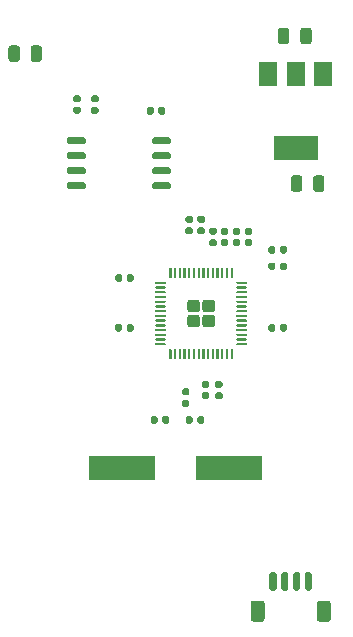
<source format=gbr>
G04 #@! TF.GenerationSoftware,KiCad,Pcbnew,(5.1.9)-1*
G04 #@! TF.CreationDate,2022-01-10T11:00:18-07:00*
G04 #@! TF.ProjectId,RP2040_minimal,52503230-3430-45f6-9d69-6e696d616c2e,REV1*
G04 #@! TF.SameCoordinates,Original*
G04 #@! TF.FileFunction,Paste,Top*
G04 #@! TF.FilePolarity,Positive*
%FSLAX46Y46*%
G04 Gerber Fmt 4.6, Leading zero omitted, Abs format (unit mm)*
G04 Created by KiCad (PCBNEW (5.1.9)-1) date 2022-01-10 11:00:18*
%MOMM*%
%LPD*%
G01*
G04 APERTURE LIST*
%ADD10R,5.600000X2.100000*%
%ADD11R,1.500000X2.000000*%
%ADD12R,3.800000X2.000000*%
G04 APERTURE END LIST*
G36*
G01*
X109390000Y-122050000D02*
X109390000Y-123300000D01*
G75*
G02*
X109240000Y-123450000I-150000J0D01*
G01*
X108940000Y-123450000D01*
G75*
G02*
X108790000Y-123300000I0J150000D01*
G01*
X108790000Y-122050000D01*
G75*
G02*
X108940000Y-121900000I150000J0D01*
G01*
X109240000Y-121900000D01*
G75*
G02*
X109390000Y-122050000I0J-150000D01*
G01*
G37*
G36*
G01*
X108390000Y-122050000D02*
X108390000Y-123300000D01*
G75*
G02*
X108240000Y-123450000I-150000J0D01*
G01*
X107940000Y-123450000D01*
G75*
G02*
X107790000Y-123300000I0J150000D01*
G01*
X107790000Y-122050000D01*
G75*
G02*
X107940000Y-121900000I150000J0D01*
G01*
X108240000Y-121900000D01*
G75*
G02*
X108390000Y-122050000I0J-150000D01*
G01*
G37*
G36*
G01*
X107390000Y-122050000D02*
X107390000Y-123300000D01*
G75*
G02*
X107240000Y-123450000I-150000J0D01*
G01*
X106940000Y-123450000D01*
G75*
G02*
X106790000Y-123300000I0J150000D01*
G01*
X106790000Y-122050000D01*
G75*
G02*
X106940000Y-121900000I150000J0D01*
G01*
X107240000Y-121900000D01*
G75*
G02*
X107390000Y-122050000I0J-150000D01*
G01*
G37*
G36*
G01*
X106390000Y-122050000D02*
X106390000Y-123300000D01*
G75*
G02*
X106240000Y-123450000I-150000J0D01*
G01*
X105940000Y-123450000D01*
G75*
G02*
X105790000Y-123300000I0J150000D01*
G01*
X105790000Y-122050000D01*
G75*
G02*
X105940000Y-121900000I150000J0D01*
G01*
X106240000Y-121900000D01*
G75*
G02*
X106390000Y-122050000I0J-150000D01*
G01*
G37*
G36*
G01*
X110990000Y-124549999D02*
X110990000Y-125850001D01*
G75*
G02*
X110740001Y-126100000I-249999J0D01*
G01*
X110039999Y-126100000D01*
G75*
G02*
X109790000Y-125850001I0J249999D01*
G01*
X109790000Y-124549999D01*
G75*
G02*
X110039999Y-124300000I249999J0D01*
G01*
X110740001Y-124300000D01*
G75*
G02*
X110990000Y-124549999I0J-249999D01*
G01*
G37*
G36*
G01*
X105390000Y-124549999D02*
X105390000Y-125850001D01*
G75*
G02*
X105140001Y-126100000I-249999J0D01*
G01*
X104439999Y-126100000D01*
G75*
G02*
X104190000Y-125850001I0J249999D01*
G01*
X104190000Y-124549999D01*
G75*
G02*
X104439999Y-124300000I249999J0D01*
G01*
X105140001Y-124300000D01*
G75*
G02*
X105390000Y-124549999I0J-249999D01*
G01*
G37*
G36*
G01*
X85565000Y-78456250D02*
X85565000Y-77543750D01*
G75*
G02*
X85808750Y-77300000I243750J0D01*
G01*
X86296250Y-77300000D01*
G75*
G02*
X86540000Y-77543750I0J-243750D01*
G01*
X86540000Y-78456250D01*
G75*
G02*
X86296250Y-78700000I-243750J0D01*
G01*
X85808750Y-78700000D01*
G75*
G02*
X85565000Y-78456250I0J243750D01*
G01*
G37*
G36*
G01*
X83690000Y-78456250D02*
X83690000Y-77543750D01*
G75*
G02*
X83933750Y-77300000I243750J0D01*
G01*
X84421250Y-77300000D01*
G75*
G02*
X84665000Y-77543750I0J-243750D01*
G01*
X84665000Y-78456250D01*
G75*
G02*
X84421250Y-78700000I-243750J0D01*
G01*
X83933750Y-78700000D01*
G75*
G02*
X83690000Y-78456250I0J243750D01*
G01*
G37*
G36*
G01*
X109475000Y-89456250D02*
X109475000Y-88543750D01*
G75*
G02*
X109718750Y-88300000I243750J0D01*
G01*
X110206250Y-88300000D01*
G75*
G02*
X110450000Y-88543750I0J-243750D01*
G01*
X110450000Y-89456250D01*
G75*
G02*
X110206250Y-89700000I-243750J0D01*
G01*
X109718750Y-89700000D01*
G75*
G02*
X109475000Y-89456250I0J243750D01*
G01*
G37*
G36*
G01*
X107600000Y-89456250D02*
X107600000Y-88543750D01*
G75*
G02*
X107843750Y-88300000I243750J0D01*
G01*
X108331250Y-88300000D01*
G75*
G02*
X108575000Y-88543750I0J-243750D01*
G01*
X108575000Y-89456250D01*
G75*
G02*
X108331250Y-89700000I-243750J0D01*
G01*
X107843750Y-89700000D01*
G75*
G02*
X107600000Y-89456250I0J243750D01*
G01*
G37*
D10*
X93341000Y-113116000D03*
X102341000Y-113116000D03*
G36*
G01*
X97300000Y-96950000D02*
X97300000Y-96175000D01*
G75*
G02*
X97350000Y-96125000I50000J0D01*
G01*
X97450000Y-96125000D01*
G75*
G02*
X97500000Y-96175000I0J-50000D01*
G01*
X97500000Y-96950000D01*
G75*
G02*
X97450000Y-97000000I-50000J0D01*
G01*
X97350000Y-97000000D01*
G75*
G02*
X97300000Y-96950000I0J50000D01*
G01*
G37*
G36*
G01*
X97700000Y-96950000D02*
X97700000Y-96175000D01*
G75*
G02*
X97750000Y-96125000I50000J0D01*
G01*
X97850000Y-96125000D01*
G75*
G02*
X97900000Y-96175000I0J-50000D01*
G01*
X97900000Y-96950000D01*
G75*
G02*
X97850000Y-97000000I-50000J0D01*
G01*
X97750000Y-97000000D01*
G75*
G02*
X97700000Y-96950000I0J50000D01*
G01*
G37*
G36*
G01*
X98100000Y-96950000D02*
X98100000Y-96175000D01*
G75*
G02*
X98150000Y-96125000I50000J0D01*
G01*
X98250000Y-96125000D01*
G75*
G02*
X98300000Y-96175000I0J-50000D01*
G01*
X98300000Y-96950000D01*
G75*
G02*
X98250000Y-97000000I-50000J0D01*
G01*
X98150000Y-97000000D01*
G75*
G02*
X98100000Y-96950000I0J50000D01*
G01*
G37*
G36*
G01*
X98500000Y-96950000D02*
X98500000Y-96175000D01*
G75*
G02*
X98550000Y-96125000I50000J0D01*
G01*
X98650000Y-96125000D01*
G75*
G02*
X98700000Y-96175000I0J-50000D01*
G01*
X98700000Y-96950000D01*
G75*
G02*
X98650000Y-97000000I-50000J0D01*
G01*
X98550000Y-97000000D01*
G75*
G02*
X98500000Y-96950000I0J50000D01*
G01*
G37*
G36*
G01*
X98900000Y-96950000D02*
X98900000Y-96175000D01*
G75*
G02*
X98950000Y-96125000I50000J0D01*
G01*
X99050000Y-96125000D01*
G75*
G02*
X99100000Y-96175000I0J-50000D01*
G01*
X99100000Y-96950000D01*
G75*
G02*
X99050000Y-97000000I-50000J0D01*
G01*
X98950000Y-97000000D01*
G75*
G02*
X98900000Y-96950000I0J50000D01*
G01*
G37*
G36*
G01*
X99300000Y-96950000D02*
X99300000Y-96175000D01*
G75*
G02*
X99350000Y-96125000I50000J0D01*
G01*
X99450000Y-96125000D01*
G75*
G02*
X99500000Y-96175000I0J-50000D01*
G01*
X99500000Y-96950000D01*
G75*
G02*
X99450000Y-97000000I-50000J0D01*
G01*
X99350000Y-97000000D01*
G75*
G02*
X99300000Y-96950000I0J50000D01*
G01*
G37*
G36*
G01*
X99700000Y-96950000D02*
X99700000Y-96175000D01*
G75*
G02*
X99750000Y-96125000I50000J0D01*
G01*
X99850000Y-96125000D01*
G75*
G02*
X99900000Y-96175000I0J-50000D01*
G01*
X99900000Y-96950000D01*
G75*
G02*
X99850000Y-97000000I-50000J0D01*
G01*
X99750000Y-97000000D01*
G75*
G02*
X99700000Y-96950000I0J50000D01*
G01*
G37*
G36*
G01*
X100100000Y-96950000D02*
X100100000Y-96175000D01*
G75*
G02*
X100150000Y-96125000I50000J0D01*
G01*
X100250000Y-96125000D01*
G75*
G02*
X100300000Y-96175000I0J-50000D01*
G01*
X100300000Y-96950000D01*
G75*
G02*
X100250000Y-97000000I-50000J0D01*
G01*
X100150000Y-97000000D01*
G75*
G02*
X100100000Y-96950000I0J50000D01*
G01*
G37*
G36*
G01*
X100500000Y-96950000D02*
X100500000Y-96175000D01*
G75*
G02*
X100550000Y-96125000I50000J0D01*
G01*
X100650000Y-96125000D01*
G75*
G02*
X100700000Y-96175000I0J-50000D01*
G01*
X100700000Y-96950000D01*
G75*
G02*
X100650000Y-97000000I-50000J0D01*
G01*
X100550000Y-97000000D01*
G75*
G02*
X100500000Y-96950000I0J50000D01*
G01*
G37*
G36*
G01*
X100900000Y-96950000D02*
X100900000Y-96175000D01*
G75*
G02*
X100950000Y-96125000I50000J0D01*
G01*
X101050000Y-96125000D01*
G75*
G02*
X101100000Y-96175000I0J-50000D01*
G01*
X101100000Y-96950000D01*
G75*
G02*
X101050000Y-97000000I-50000J0D01*
G01*
X100950000Y-97000000D01*
G75*
G02*
X100900000Y-96950000I0J50000D01*
G01*
G37*
G36*
G01*
X101300000Y-96950000D02*
X101300000Y-96175000D01*
G75*
G02*
X101350000Y-96125000I50000J0D01*
G01*
X101450000Y-96125000D01*
G75*
G02*
X101500000Y-96175000I0J-50000D01*
G01*
X101500000Y-96950000D01*
G75*
G02*
X101450000Y-97000000I-50000J0D01*
G01*
X101350000Y-97000000D01*
G75*
G02*
X101300000Y-96950000I0J50000D01*
G01*
G37*
G36*
G01*
X101700000Y-96950000D02*
X101700000Y-96175000D01*
G75*
G02*
X101750000Y-96125000I50000J0D01*
G01*
X101850000Y-96125000D01*
G75*
G02*
X101900000Y-96175000I0J-50000D01*
G01*
X101900000Y-96950000D01*
G75*
G02*
X101850000Y-97000000I-50000J0D01*
G01*
X101750000Y-97000000D01*
G75*
G02*
X101700000Y-96950000I0J50000D01*
G01*
G37*
G36*
G01*
X102100000Y-96950000D02*
X102100000Y-96175000D01*
G75*
G02*
X102150000Y-96125000I50000J0D01*
G01*
X102250000Y-96125000D01*
G75*
G02*
X102300000Y-96175000I0J-50000D01*
G01*
X102300000Y-96950000D01*
G75*
G02*
X102250000Y-97000000I-50000J0D01*
G01*
X102150000Y-97000000D01*
G75*
G02*
X102100000Y-96950000I0J50000D01*
G01*
G37*
G36*
G01*
X102500000Y-96950000D02*
X102500000Y-96175000D01*
G75*
G02*
X102550000Y-96125000I50000J0D01*
G01*
X102650000Y-96125000D01*
G75*
G02*
X102700000Y-96175000I0J-50000D01*
G01*
X102700000Y-96950000D01*
G75*
G02*
X102650000Y-97000000I-50000J0D01*
G01*
X102550000Y-97000000D01*
G75*
G02*
X102500000Y-96950000I0J50000D01*
G01*
G37*
G36*
G01*
X103000000Y-97450000D02*
X103000000Y-97350000D01*
G75*
G02*
X103050000Y-97300000I50000J0D01*
G01*
X103825000Y-97300000D01*
G75*
G02*
X103875000Y-97350000I0J-50000D01*
G01*
X103875000Y-97450000D01*
G75*
G02*
X103825000Y-97500000I-50000J0D01*
G01*
X103050000Y-97500000D01*
G75*
G02*
X103000000Y-97450000I0J50000D01*
G01*
G37*
G36*
G01*
X103000000Y-97850000D02*
X103000000Y-97750000D01*
G75*
G02*
X103050000Y-97700000I50000J0D01*
G01*
X103825000Y-97700000D01*
G75*
G02*
X103875000Y-97750000I0J-50000D01*
G01*
X103875000Y-97850000D01*
G75*
G02*
X103825000Y-97900000I-50000J0D01*
G01*
X103050000Y-97900000D01*
G75*
G02*
X103000000Y-97850000I0J50000D01*
G01*
G37*
G36*
G01*
X103000000Y-98250000D02*
X103000000Y-98150000D01*
G75*
G02*
X103050000Y-98100000I50000J0D01*
G01*
X103825000Y-98100000D01*
G75*
G02*
X103875000Y-98150000I0J-50000D01*
G01*
X103875000Y-98250000D01*
G75*
G02*
X103825000Y-98300000I-50000J0D01*
G01*
X103050000Y-98300000D01*
G75*
G02*
X103000000Y-98250000I0J50000D01*
G01*
G37*
G36*
G01*
X103000000Y-98650000D02*
X103000000Y-98550000D01*
G75*
G02*
X103050000Y-98500000I50000J0D01*
G01*
X103825000Y-98500000D01*
G75*
G02*
X103875000Y-98550000I0J-50000D01*
G01*
X103875000Y-98650000D01*
G75*
G02*
X103825000Y-98700000I-50000J0D01*
G01*
X103050000Y-98700000D01*
G75*
G02*
X103000000Y-98650000I0J50000D01*
G01*
G37*
G36*
G01*
X103000000Y-99050000D02*
X103000000Y-98950000D01*
G75*
G02*
X103050000Y-98900000I50000J0D01*
G01*
X103825000Y-98900000D01*
G75*
G02*
X103875000Y-98950000I0J-50000D01*
G01*
X103875000Y-99050000D01*
G75*
G02*
X103825000Y-99100000I-50000J0D01*
G01*
X103050000Y-99100000D01*
G75*
G02*
X103000000Y-99050000I0J50000D01*
G01*
G37*
G36*
G01*
X103000000Y-99450000D02*
X103000000Y-99350000D01*
G75*
G02*
X103050000Y-99300000I50000J0D01*
G01*
X103825000Y-99300000D01*
G75*
G02*
X103875000Y-99350000I0J-50000D01*
G01*
X103875000Y-99450000D01*
G75*
G02*
X103825000Y-99500000I-50000J0D01*
G01*
X103050000Y-99500000D01*
G75*
G02*
X103000000Y-99450000I0J50000D01*
G01*
G37*
G36*
G01*
X103000000Y-99850000D02*
X103000000Y-99750000D01*
G75*
G02*
X103050000Y-99700000I50000J0D01*
G01*
X103825000Y-99700000D01*
G75*
G02*
X103875000Y-99750000I0J-50000D01*
G01*
X103875000Y-99850000D01*
G75*
G02*
X103825000Y-99900000I-50000J0D01*
G01*
X103050000Y-99900000D01*
G75*
G02*
X103000000Y-99850000I0J50000D01*
G01*
G37*
G36*
G01*
X103000000Y-100250000D02*
X103000000Y-100150000D01*
G75*
G02*
X103050000Y-100100000I50000J0D01*
G01*
X103825000Y-100100000D01*
G75*
G02*
X103875000Y-100150000I0J-50000D01*
G01*
X103875000Y-100250000D01*
G75*
G02*
X103825000Y-100300000I-50000J0D01*
G01*
X103050000Y-100300000D01*
G75*
G02*
X103000000Y-100250000I0J50000D01*
G01*
G37*
G36*
G01*
X103000000Y-100650000D02*
X103000000Y-100550000D01*
G75*
G02*
X103050000Y-100500000I50000J0D01*
G01*
X103825000Y-100500000D01*
G75*
G02*
X103875000Y-100550000I0J-50000D01*
G01*
X103875000Y-100650000D01*
G75*
G02*
X103825000Y-100700000I-50000J0D01*
G01*
X103050000Y-100700000D01*
G75*
G02*
X103000000Y-100650000I0J50000D01*
G01*
G37*
G36*
G01*
X103000000Y-101050000D02*
X103000000Y-100950000D01*
G75*
G02*
X103050000Y-100900000I50000J0D01*
G01*
X103825000Y-100900000D01*
G75*
G02*
X103875000Y-100950000I0J-50000D01*
G01*
X103875000Y-101050000D01*
G75*
G02*
X103825000Y-101100000I-50000J0D01*
G01*
X103050000Y-101100000D01*
G75*
G02*
X103000000Y-101050000I0J50000D01*
G01*
G37*
G36*
G01*
X103000000Y-101450000D02*
X103000000Y-101350000D01*
G75*
G02*
X103050000Y-101300000I50000J0D01*
G01*
X103825000Y-101300000D01*
G75*
G02*
X103875000Y-101350000I0J-50000D01*
G01*
X103875000Y-101450000D01*
G75*
G02*
X103825000Y-101500000I-50000J0D01*
G01*
X103050000Y-101500000D01*
G75*
G02*
X103000000Y-101450000I0J50000D01*
G01*
G37*
G36*
G01*
X103000000Y-101850000D02*
X103000000Y-101750000D01*
G75*
G02*
X103050000Y-101700000I50000J0D01*
G01*
X103825000Y-101700000D01*
G75*
G02*
X103875000Y-101750000I0J-50000D01*
G01*
X103875000Y-101850000D01*
G75*
G02*
X103825000Y-101900000I-50000J0D01*
G01*
X103050000Y-101900000D01*
G75*
G02*
X103000000Y-101850000I0J50000D01*
G01*
G37*
G36*
G01*
X103000000Y-102250000D02*
X103000000Y-102150000D01*
G75*
G02*
X103050000Y-102100000I50000J0D01*
G01*
X103825000Y-102100000D01*
G75*
G02*
X103875000Y-102150000I0J-50000D01*
G01*
X103875000Y-102250000D01*
G75*
G02*
X103825000Y-102300000I-50000J0D01*
G01*
X103050000Y-102300000D01*
G75*
G02*
X103000000Y-102250000I0J50000D01*
G01*
G37*
G36*
G01*
X103000000Y-102650000D02*
X103000000Y-102550000D01*
G75*
G02*
X103050000Y-102500000I50000J0D01*
G01*
X103825000Y-102500000D01*
G75*
G02*
X103875000Y-102550000I0J-50000D01*
G01*
X103875000Y-102650000D01*
G75*
G02*
X103825000Y-102700000I-50000J0D01*
G01*
X103050000Y-102700000D01*
G75*
G02*
X103000000Y-102650000I0J50000D01*
G01*
G37*
G36*
G01*
X102500000Y-103825000D02*
X102500000Y-103050000D01*
G75*
G02*
X102550000Y-103000000I50000J0D01*
G01*
X102650000Y-103000000D01*
G75*
G02*
X102700000Y-103050000I0J-50000D01*
G01*
X102700000Y-103825000D01*
G75*
G02*
X102650000Y-103875000I-50000J0D01*
G01*
X102550000Y-103875000D01*
G75*
G02*
X102500000Y-103825000I0J50000D01*
G01*
G37*
G36*
G01*
X102100000Y-103825000D02*
X102100000Y-103050000D01*
G75*
G02*
X102150000Y-103000000I50000J0D01*
G01*
X102250000Y-103000000D01*
G75*
G02*
X102300000Y-103050000I0J-50000D01*
G01*
X102300000Y-103825000D01*
G75*
G02*
X102250000Y-103875000I-50000J0D01*
G01*
X102150000Y-103875000D01*
G75*
G02*
X102100000Y-103825000I0J50000D01*
G01*
G37*
G36*
G01*
X101700000Y-103825000D02*
X101700000Y-103050000D01*
G75*
G02*
X101750000Y-103000000I50000J0D01*
G01*
X101850000Y-103000000D01*
G75*
G02*
X101900000Y-103050000I0J-50000D01*
G01*
X101900000Y-103825000D01*
G75*
G02*
X101850000Y-103875000I-50000J0D01*
G01*
X101750000Y-103875000D01*
G75*
G02*
X101700000Y-103825000I0J50000D01*
G01*
G37*
G36*
G01*
X101300000Y-103825000D02*
X101300000Y-103050000D01*
G75*
G02*
X101350000Y-103000000I50000J0D01*
G01*
X101450000Y-103000000D01*
G75*
G02*
X101500000Y-103050000I0J-50000D01*
G01*
X101500000Y-103825000D01*
G75*
G02*
X101450000Y-103875000I-50000J0D01*
G01*
X101350000Y-103875000D01*
G75*
G02*
X101300000Y-103825000I0J50000D01*
G01*
G37*
G36*
G01*
X100900000Y-103825000D02*
X100900000Y-103050000D01*
G75*
G02*
X100950000Y-103000000I50000J0D01*
G01*
X101050000Y-103000000D01*
G75*
G02*
X101100000Y-103050000I0J-50000D01*
G01*
X101100000Y-103825000D01*
G75*
G02*
X101050000Y-103875000I-50000J0D01*
G01*
X100950000Y-103875000D01*
G75*
G02*
X100900000Y-103825000I0J50000D01*
G01*
G37*
G36*
G01*
X100500000Y-103825000D02*
X100500000Y-103050000D01*
G75*
G02*
X100550000Y-103000000I50000J0D01*
G01*
X100650000Y-103000000D01*
G75*
G02*
X100700000Y-103050000I0J-50000D01*
G01*
X100700000Y-103825000D01*
G75*
G02*
X100650000Y-103875000I-50000J0D01*
G01*
X100550000Y-103875000D01*
G75*
G02*
X100500000Y-103825000I0J50000D01*
G01*
G37*
G36*
G01*
X100100000Y-103825000D02*
X100100000Y-103050000D01*
G75*
G02*
X100150000Y-103000000I50000J0D01*
G01*
X100250000Y-103000000D01*
G75*
G02*
X100300000Y-103050000I0J-50000D01*
G01*
X100300000Y-103825000D01*
G75*
G02*
X100250000Y-103875000I-50000J0D01*
G01*
X100150000Y-103875000D01*
G75*
G02*
X100100000Y-103825000I0J50000D01*
G01*
G37*
G36*
G01*
X99700000Y-103825000D02*
X99700000Y-103050000D01*
G75*
G02*
X99750000Y-103000000I50000J0D01*
G01*
X99850000Y-103000000D01*
G75*
G02*
X99900000Y-103050000I0J-50000D01*
G01*
X99900000Y-103825000D01*
G75*
G02*
X99850000Y-103875000I-50000J0D01*
G01*
X99750000Y-103875000D01*
G75*
G02*
X99700000Y-103825000I0J50000D01*
G01*
G37*
G36*
G01*
X99300000Y-103825000D02*
X99300000Y-103050000D01*
G75*
G02*
X99350000Y-103000000I50000J0D01*
G01*
X99450000Y-103000000D01*
G75*
G02*
X99500000Y-103050000I0J-50000D01*
G01*
X99500000Y-103825000D01*
G75*
G02*
X99450000Y-103875000I-50000J0D01*
G01*
X99350000Y-103875000D01*
G75*
G02*
X99300000Y-103825000I0J50000D01*
G01*
G37*
G36*
G01*
X98900000Y-103825000D02*
X98900000Y-103050000D01*
G75*
G02*
X98950000Y-103000000I50000J0D01*
G01*
X99050000Y-103000000D01*
G75*
G02*
X99100000Y-103050000I0J-50000D01*
G01*
X99100000Y-103825000D01*
G75*
G02*
X99050000Y-103875000I-50000J0D01*
G01*
X98950000Y-103875000D01*
G75*
G02*
X98900000Y-103825000I0J50000D01*
G01*
G37*
G36*
G01*
X98500000Y-103825000D02*
X98500000Y-103050000D01*
G75*
G02*
X98550000Y-103000000I50000J0D01*
G01*
X98650000Y-103000000D01*
G75*
G02*
X98700000Y-103050000I0J-50000D01*
G01*
X98700000Y-103825000D01*
G75*
G02*
X98650000Y-103875000I-50000J0D01*
G01*
X98550000Y-103875000D01*
G75*
G02*
X98500000Y-103825000I0J50000D01*
G01*
G37*
G36*
G01*
X98100000Y-103825000D02*
X98100000Y-103050000D01*
G75*
G02*
X98150000Y-103000000I50000J0D01*
G01*
X98250000Y-103000000D01*
G75*
G02*
X98300000Y-103050000I0J-50000D01*
G01*
X98300000Y-103825000D01*
G75*
G02*
X98250000Y-103875000I-50000J0D01*
G01*
X98150000Y-103875000D01*
G75*
G02*
X98100000Y-103825000I0J50000D01*
G01*
G37*
G36*
G01*
X97700000Y-103825000D02*
X97700000Y-103050000D01*
G75*
G02*
X97750000Y-103000000I50000J0D01*
G01*
X97850000Y-103000000D01*
G75*
G02*
X97900000Y-103050000I0J-50000D01*
G01*
X97900000Y-103825000D01*
G75*
G02*
X97850000Y-103875000I-50000J0D01*
G01*
X97750000Y-103875000D01*
G75*
G02*
X97700000Y-103825000I0J50000D01*
G01*
G37*
G36*
G01*
X97300000Y-103825000D02*
X97300000Y-103050000D01*
G75*
G02*
X97350000Y-103000000I50000J0D01*
G01*
X97450000Y-103000000D01*
G75*
G02*
X97500000Y-103050000I0J-50000D01*
G01*
X97500000Y-103825000D01*
G75*
G02*
X97450000Y-103875000I-50000J0D01*
G01*
X97350000Y-103875000D01*
G75*
G02*
X97300000Y-103825000I0J50000D01*
G01*
G37*
G36*
G01*
X96125000Y-102650000D02*
X96125000Y-102550000D01*
G75*
G02*
X96175000Y-102500000I50000J0D01*
G01*
X96950000Y-102500000D01*
G75*
G02*
X97000000Y-102550000I0J-50000D01*
G01*
X97000000Y-102650000D01*
G75*
G02*
X96950000Y-102700000I-50000J0D01*
G01*
X96175000Y-102700000D01*
G75*
G02*
X96125000Y-102650000I0J50000D01*
G01*
G37*
G36*
G01*
X96125000Y-102250000D02*
X96125000Y-102150000D01*
G75*
G02*
X96175000Y-102100000I50000J0D01*
G01*
X96950000Y-102100000D01*
G75*
G02*
X97000000Y-102150000I0J-50000D01*
G01*
X97000000Y-102250000D01*
G75*
G02*
X96950000Y-102300000I-50000J0D01*
G01*
X96175000Y-102300000D01*
G75*
G02*
X96125000Y-102250000I0J50000D01*
G01*
G37*
G36*
G01*
X96125000Y-101850000D02*
X96125000Y-101750000D01*
G75*
G02*
X96175000Y-101700000I50000J0D01*
G01*
X96950000Y-101700000D01*
G75*
G02*
X97000000Y-101750000I0J-50000D01*
G01*
X97000000Y-101850000D01*
G75*
G02*
X96950000Y-101900000I-50000J0D01*
G01*
X96175000Y-101900000D01*
G75*
G02*
X96125000Y-101850000I0J50000D01*
G01*
G37*
G36*
G01*
X96125000Y-101450000D02*
X96125000Y-101350000D01*
G75*
G02*
X96175000Y-101300000I50000J0D01*
G01*
X96950000Y-101300000D01*
G75*
G02*
X97000000Y-101350000I0J-50000D01*
G01*
X97000000Y-101450000D01*
G75*
G02*
X96950000Y-101500000I-50000J0D01*
G01*
X96175000Y-101500000D01*
G75*
G02*
X96125000Y-101450000I0J50000D01*
G01*
G37*
G36*
G01*
X96125000Y-101050000D02*
X96125000Y-100950000D01*
G75*
G02*
X96175000Y-100900000I50000J0D01*
G01*
X96950000Y-100900000D01*
G75*
G02*
X97000000Y-100950000I0J-50000D01*
G01*
X97000000Y-101050000D01*
G75*
G02*
X96950000Y-101100000I-50000J0D01*
G01*
X96175000Y-101100000D01*
G75*
G02*
X96125000Y-101050000I0J50000D01*
G01*
G37*
G36*
G01*
X96125000Y-100650000D02*
X96125000Y-100550000D01*
G75*
G02*
X96175000Y-100500000I50000J0D01*
G01*
X96950000Y-100500000D01*
G75*
G02*
X97000000Y-100550000I0J-50000D01*
G01*
X97000000Y-100650000D01*
G75*
G02*
X96950000Y-100700000I-50000J0D01*
G01*
X96175000Y-100700000D01*
G75*
G02*
X96125000Y-100650000I0J50000D01*
G01*
G37*
G36*
G01*
X96125000Y-100250000D02*
X96125000Y-100150000D01*
G75*
G02*
X96175000Y-100100000I50000J0D01*
G01*
X96950000Y-100100000D01*
G75*
G02*
X97000000Y-100150000I0J-50000D01*
G01*
X97000000Y-100250000D01*
G75*
G02*
X96950000Y-100300000I-50000J0D01*
G01*
X96175000Y-100300000D01*
G75*
G02*
X96125000Y-100250000I0J50000D01*
G01*
G37*
G36*
G01*
X96125000Y-99850000D02*
X96125000Y-99750000D01*
G75*
G02*
X96175000Y-99700000I50000J0D01*
G01*
X96950000Y-99700000D01*
G75*
G02*
X97000000Y-99750000I0J-50000D01*
G01*
X97000000Y-99850000D01*
G75*
G02*
X96950000Y-99900000I-50000J0D01*
G01*
X96175000Y-99900000D01*
G75*
G02*
X96125000Y-99850000I0J50000D01*
G01*
G37*
G36*
G01*
X96125000Y-99450000D02*
X96125000Y-99350000D01*
G75*
G02*
X96175000Y-99300000I50000J0D01*
G01*
X96950000Y-99300000D01*
G75*
G02*
X97000000Y-99350000I0J-50000D01*
G01*
X97000000Y-99450000D01*
G75*
G02*
X96950000Y-99500000I-50000J0D01*
G01*
X96175000Y-99500000D01*
G75*
G02*
X96125000Y-99450000I0J50000D01*
G01*
G37*
G36*
G01*
X96125000Y-99050000D02*
X96125000Y-98950000D01*
G75*
G02*
X96175000Y-98900000I50000J0D01*
G01*
X96950000Y-98900000D01*
G75*
G02*
X97000000Y-98950000I0J-50000D01*
G01*
X97000000Y-99050000D01*
G75*
G02*
X96950000Y-99100000I-50000J0D01*
G01*
X96175000Y-99100000D01*
G75*
G02*
X96125000Y-99050000I0J50000D01*
G01*
G37*
G36*
G01*
X96125000Y-98650000D02*
X96125000Y-98550000D01*
G75*
G02*
X96175000Y-98500000I50000J0D01*
G01*
X96950000Y-98500000D01*
G75*
G02*
X97000000Y-98550000I0J-50000D01*
G01*
X97000000Y-98650000D01*
G75*
G02*
X96950000Y-98700000I-50000J0D01*
G01*
X96175000Y-98700000D01*
G75*
G02*
X96125000Y-98650000I0J50000D01*
G01*
G37*
G36*
G01*
X96125000Y-98250000D02*
X96125000Y-98150000D01*
G75*
G02*
X96175000Y-98100000I50000J0D01*
G01*
X96950000Y-98100000D01*
G75*
G02*
X97000000Y-98150000I0J-50000D01*
G01*
X97000000Y-98250000D01*
G75*
G02*
X96950000Y-98300000I-50000J0D01*
G01*
X96175000Y-98300000D01*
G75*
G02*
X96125000Y-98250000I0J50000D01*
G01*
G37*
G36*
G01*
X96125000Y-97850000D02*
X96125000Y-97750000D01*
G75*
G02*
X96175000Y-97700000I50000J0D01*
G01*
X96950000Y-97700000D01*
G75*
G02*
X97000000Y-97750000I0J-50000D01*
G01*
X97000000Y-97850000D01*
G75*
G02*
X96950000Y-97900000I-50000J0D01*
G01*
X96175000Y-97900000D01*
G75*
G02*
X96125000Y-97850000I0J50000D01*
G01*
G37*
G36*
G01*
X96125000Y-97450000D02*
X96125000Y-97350000D01*
G75*
G02*
X96175000Y-97300000I50000J0D01*
G01*
X96950000Y-97300000D01*
G75*
G02*
X97000000Y-97350000I0J-50000D01*
G01*
X97000000Y-97450000D01*
G75*
G02*
X96950000Y-97500000I-50000J0D01*
G01*
X96175000Y-97500000D01*
G75*
G02*
X96125000Y-97450000I0J50000D01*
G01*
G37*
G36*
G01*
X100095283Y-100929717D02*
X100095283Y-100345283D01*
G75*
G02*
X100345283Y-100095283I250000J0D01*
G01*
X100929717Y-100095283D01*
G75*
G02*
X101179717Y-100345283I0J-250000D01*
G01*
X101179717Y-100929717D01*
G75*
G02*
X100929717Y-101179717I-250000J0D01*
G01*
X100345283Y-101179717D01*
G75*
G02*
X100095283Y-100929717I0J250000D01*
G01*
G37*
G36*
G01*
X100095283Y-99654717D02*
X100095283Y-99070283D01*
G75*
G02*
X100345283Y-98820283I250000J0D01*
G01*
X100929717Y-98820283D01*
G75*
G02*
X101179717Y-99070283I0J-250000D01*
G01*
X101179717Y-99654717D01*
G75*
G02*
X100929717Y-99904717I-250000J0D01*
G01*
X100345283Y-99904717D01*
G75*
G02*
X100095283Y-99654717I0J250000D01*
G01*
G37*
G36*
G01*
X98820283Y-100929717D02*
X98820283Y-100345283D01*
G75*
G02*
X99070283Y-100095283I250000J0D01*
G01*
X99654717Y-100095283D01*
G75*
G02*
X99904717Y-100345283I0J-250000D01*
G01*
X99904717Y-100929717D01*
G75*
G02*
X99654717Y-101179717I-250000J0D01*
G01*
X99070283Y-101179717D01*
G75*
G02*
X98820283Y-100929717I0J250000D01*
G01*
G37*
G36*
G01*
X98820283Y-99654717D02*
X98820283Y-99070283D01*
G75*
G02*
X99070283Y-98820283I250000J0D01*
G01*
X99654717Y-98820283D01*
G75*
G02*
X99904717Y-99070283I0J-250000D01*
G01*
X99904717Y-99654717D01*
G75*
G02*
X99654717Y-99904717I-250000J0D01*
G01*
X99070283Y-99904717D01*
G75*
G02*
X98820283Y-99654717I0J250000D01*
G01*
G37*
G36*
G01*
X98527500Y-107305000D02*
X98872500Y-107305000D01*
G75*
G02*
X99020000Y-107452500I0J-147500D01*
G01*
X99020000Y-107747500D01*
G75*
G02*
X98872500Y-107895000I-147500J0D01*
G01*
X98527500Y-107895000D01*
G75*
G02*
X98380000Y-107747500I0J147500D01*
G01*
X98380000Y-107452500D01*
G75*
G02*
X98527500Y-107305000I147500J0D01*
G01*
G37*
G36*
G01*
X98527500Y-106335000D02*
X98872500Y-106335000D01*
G75*
G02*
X99020000Y-106482500I0J-147500D01*
G01*
X99020000Y-106777500D01*
G75*
G02*
X98872500Y-106925000I-147500J0D01*
G01*
X98527500Y-106925000D01*
G75*
G02*
X98380000Y-106777500I0J147500D01*
G01*
X98380000Y-106482500D01*
G75*
G02*
X98527500Y-106335000I147500J0D01*
G01*
G37*
G36*
G01*
X101827500Y-93705000D02*
X102172500Y-93705000D01*
G75*
G02*
X102320000Y-93852500I0J-147500D01*
G01*
X102320000Y-94147500D01*
G75*
G02*
X102172500Y-94295000I-147500J0D01*
G01*
X101827500Y-94295000D01*
G75*
G02*
X101680000Y-94147500I0J147500D01*
G01*
X101680000Y-93852500D01*
G75*
G02*
X101827500Y-93705000I147500J0D01*
G01*
G37*
G36*
G01*
X101827500Y-92735000D02*
X102172500Y-92735000D01*
G75*
G02*
X102320000Y-92882500I0J-147500D01*
G01*
X102320000Y-93177500D01*
G75*
G02*
X102172500Y-93325000I-147500J0D01*
G01*
X101827500Y-93325000D01*
G75*
G02*
X101680000Y-93177500I0J147500D01*
G01*
X101680000Y-92882500D01*
G75*
G02*
X101827500Y-92735000I147500J0D01*
G01*
G37*
G36*
G01*
X100827500Y-93705000D02*
X101172500Y-93705000D01*
G75*
G02*
X101320000Y-93852500I0J-147500D01*
G01*
X101320000Y-94147500D01*
G75*
G02*
X101172500Y-94295000I-147500J0D01*
G01*
X100827500Y-94295000D01*
G75*
G02*
X100680000Y-94147500I0J147500D01*
G01*
X100680000Y-93852500D01*
G75*
G02*
X100827500Y-93705000I147500J0D01*
G01*
G37*
G36*
G01*
X100827500Y-92735000D02*
X101172500Y-92735000D01*
G75*
G02*
X101320000Y-92882500I0J-147500D01*
G01*
X101320000Y-93177500D01*
G75*
G02*
X101172500Y-93325000I-147500J0D01*
G01*
X100827500Y-93325000D01*
G75*
G02*
X100680000Y-93177500I0J147500D01*
G01*
X100680000Y-92882500D01*
G75*
G02*
X100827500Y-92735000I147500J0D01*
G01*
G37*
G36*
G01*
X89327500Y-82505000D02*
X89672500Y-82505000D01*
G75*
G02*
X89820000Y-82652500I0J-147500D01*
G01*
X89820000Y-82947500D01*
G75*
G02*
X89672500Y-83095000I-147500J0D01*
G01*
X89327500Y-83095000D01*
G75*
G02*
X89180000Y-82947500I0J147500D01*
G01*
X89180000Y-82652500D01*
G75*
G02*
X89327500Y-82505000I147500J0D01*
G01*
G37*
G36*
G01*
X89327500Y-81535000D02*
X89672500Y-81535000D01*
G75*
G02*
X89820000Y-81682500I0J-147500D01*
G01*
X89820000Y-81977500D01*
G75*
G02*
X89672500Y-82125000I-147500J0D01*
G01*
X89327500Y-82125000D01*
G75*
G02*
X89180000Y-81977500I0J147500D01*
G01*
X89180000Y-81682500D01*
G75*
G02*
X89327500Y-81535000I147500J0D01*
G01*
G37*
G36*
G01*
X91172500Y-82125000D02*
X90827500Y-82125000D01*
G75*
G02*
X90680000Y-81977500I0J147500D01*
G01*
X90680000Y-81682500D01*
G75*
G02*
X90827500Y-81535000I147500J0D01*
G01*
X91172500Y-81535000D01*
G75*
G02*
X91320000Y-81682500I0J-147500D01*
G01*
X91320000Y-81977500D01*
G75*
G02*
X91172500Y-82125000I-147500J0D01*
G01*
G37*
G36*
G01*
X91172500Y-83095000D02*
X90827500Y-83095000D01*
G75*
G02*
X90680000Y-82947500I0J147500D01*
G01*
X90680000Y-82652500D01*
G75*
G02*
X90827500Y-82505000I147500J0D01*
G01*
X91172500Y-82505000D01*
G75*
G02*
X91320000Y-82652500I0J-147500D01*
G01*
X91320000Y-82947500D01*
G75*
G02*
X91172500Y-83095000I-147500J0D01*
G01*
G37*
G36*
G01*
X106675000Y-94772500D02*
X106675000Y-94427500D01*
G75*
G02*
X106822500Y-94280000I147500J0D01*
G01*
X107117500Y-94280000D01*
G75*
G02*
X107265000Y-94427500I0J-147500D01*
G01*
X107265000Y-94772500D01*
G75*
G02*
X107117500Y-94920000I-147500J0D01*
G01*
X106822500Y-94920000D01*
G75*
G02*
X106675000Y-94772500I0J147500D01*
G01*
G37*
G36*
G01*
X105705000Y-94772500D02*
X105705000Y-94427500D01*
G75*
G02*
X105852500Y-94280000I147500J0D01*
G01*
X106147500Y-94280000D01*
G75*
G02*
X106295000Y-94427500I0J-147500D01*
G01*
X106295000Y-94772500D01*
G75*
G02*
X106147500Y-94920000I-147500J0D01*
G01*
X105852500Y-94920000D01*
G75*
G02*
X105705000Y-94772500I0J147500D01*
G01*
G37*
G36*
G01*
X106675000Y-96172500D02*
X106675000Y-95827500D01*
G75*
G02*
X106822500Y-95680000I147500J0D01*
G01*
X107117500Y-95680000D01*
G75*
G02*
X107265000Y-95827500I0J-147500D01*
G01*
X107265000Y-96172500D01*
G75*
G02*
X107117500Y-96320000I-147500J0D01*
G01*
X106822500Y-96320000D01*
G75*
G02*
X106675000Y-96172500I0J147500D01*
G01*
G37*
G36*
G01*
X105705000Y-96172500D02*
X105705000Y-95827500D01*
G75*
G02*
X105852500Y-95680000I147500J0D01*
G01*
X106147500Y-95680000D01*
G75*
G02*
X106295000Y-95827500I0J-147500D01*
G01*
X106295000Y-96172500D01*
G75*
G02*
X106147500Y-96320000I-147500J0D01*
G01*
X105852500Y-96320000D01*
G75*
G02*
X105705000Y-96172500I0J147500D01*
G01*
G37*
G36*
G01*
X100208500Y-106675000D02*
X100553500Y-106675000D01*
G75*
G02*
X100701000Y-106822500I0J-147500D01*
G01*
X100701000Y-107117500D01*
G75*
G02*
X100553500Y-107265000I-147500J0D01*
G01*
X100208500Y-107265000D01*
G75*
G02*
X100061000Y-107117500I0J147500D01*
G01*
X100061000Y-106822500D01*
G75*
G02*
X100208500Y-106675000I147500J0D01*
G01*
G37*
G36*
G01*
X100208500Y-105705000D02*
X100553500Y-105705000D01*
G75*
G02*
X100701000Y-105852500I0J-147500D01*
G01*
X100701000Y-106147500D01*
G75*
G02*
X100553500Y-106295000I-147500J0D01*
G01*
X100208500Y-106295000D01*
G75*
G02*
X100061000Y-106147500I0J147500D01*
G01*
X100061000Y-105852500D01*
G75*
G02*
X100208500Y-105705000I147500J0D01*
G01*
G37*
G36*
G01*
X93325000Y-101027500D02*
X93325000Y-101372500D01*
G75*
G02*
X93177500Y-101520000I-147500J0D01*
G01*
X92882500Y-101520000D01*
G75*
G02*
X92735000Y-101372500I0J147500D01*
G01*
X92735000Y-101027500D01*
G75*
G02*
X92882500Y-100880000I147500J0D01*
G01*
X93177500Y-100880000D01*
G75*
G02*
X93325000Y-101027500I0J-147500D01*
G01*
G37*
G36*
G01*
X94295000Y-101027500D02*
X94295000Y-101372500D01*
G75*
G02*
X94147500Y-101520000I-147500J0D01*
G01*
X93852500Y-101520000D01*
G75*
G02*
X93705000Y-101372500I0J147500D01*
G01*
X93705000Y-101027500D01*
G75*
G02*
X93852500Y-100880000I147500J0D01*
G01*
X94147500Y-100880000D01*
G75*
G02*
X94295000Y-101027500I0J-147500D01*
G01*
G37*
G36*
G01*
X106675000Y-101372500D02*
X106675000Y-101027500D01*
G75*
G02*
X106822500Y-100880000I147500J0D01*
G01*
X107117500Y-100880000D01*
G75*
G02*
X107265000Y-101027500I0J-147500D01*
G01*
X107265000Y-101372500D01*
G75*
G02*
X107117500Y-101520000I-147500J0D01*
G01*
X106822500Y-101520000D01*
G75*
G02*
X106675000Y-101372500I0J147500D01*
G01*
G37*
G36*
G01*
X105705000Y-101372500D02*
X105705000Y-101027500D01*
G75*
G02*
X105852500Y-100880000I147500J0D01*
G01*
X106147500Y-100880000D01*
G75*
G02*
X106295000Y-101027500I0J-147500D01*
G01*
X106295000Y-101372500D01*
G75*
G02*
X106147500Y-101520000I-147500J0D01*
G01*
X105852500Y-101520000D01*
G75*
G02*
X105705000Y-101372500I0J147500D01*
G01*
G37*
G36*
G01*
X93325000Y-96827500D02*
X93325000Y-97172500D01*
G75*
G02*
X93177500Y-97320000I-147500J0D01*
G01*
X92882500Y-97320000D01*
G75*
G02*
X92735000Y-97172500I0J147500D01*
G01*
X92735000Y-96827500D01*
G75*
G02*
X92882500Y-96680000I147500J0D01*
G01*
X93177500Y-96680000D01*
G75*
G02*
X93325000Y-96827500I0J-147500D01*
G01*
G37*
G36*
G01*
X94295000Y-96827500D02*
X94295000Y-97172500D01*
G75*
G02*
X94147500Y-97320000I-147500J0D01*
G01*
X93852500Y-97320000D01*
G75*
G02*
X93705000Y-97172500I0J147500D01*
G01*
X93705000Y-96827500D01*
G75*
G02*
X93852500Y-96680000I147500J0D01*
G01*
X94147500Y-96680000D01*
G75*
G02*
X94295000Y-96827500I0J-147500D01*
G01*
G37*
G36*
G01*
X104172500Y-93325000D02*
X103827500Y-93325000D01*
G75*
G02*
X103680000Y-93177500I0J147500D01*
G01*
X103680000Y-92882500D01*
G75*
G02*
X103827500Y-92735000I147500J0D01*
G01*
X104172500Y-92735000D01*
G75*
G02*
X104320000Y-92882500I0J-147500D01*
G01*
X104320000Y-93177500D01*
G75*
G02*
X104172500Y-93325000I-147500J0D01*
G01*
G37*
G36*
G01*
X104172500Y-94295000D02*
X103827500Y-94295000D01*
G75*
G02*
X103680000Y-94147500I0J147500D01*
G01*
X103680000Y-93852500D01*
G75*
G02*
X103827500Y-93705000I147500J0D01*
G01*
X104172500Y-93705000D01*
G75*
G02*
X104320000Y-93852500I0J-147500D01*
G01*
X104320000Y-94147500D01*
G75*
G02*
X104172500Y-94295000I-147500J0D01*
G01*
G37*
G36*
G01*
X100172500Y-92325000D02*
X99827500Y-92325000D01*
G75*
G02*
X99680000Y-92177500I0J147500D01*
G01*
X99680000Y-91882500D01*
G75*
G02*
X99827500Y-91735000I147500J0D01*
G01*
X100172500Y-91735000D01*
G75*
G02*
X100320000Y-91882500I0J-147500D01*
G01*
X100320000Y-92177500D01*
G75*
G02*
X100172500Y-92325000I-147500J0D01*
G01*
G37*
G36*
G01*
X100172500Y-93295000D02*
X99827500Y-93295000D01*
G75*
G02*
X99680000Y-93147500I0J147500D01*
G01*
X99680000Y-92852500D01*
G75*
G02*
X99827500Y-92705000I147500J0D01*
G01*
X100172500Y-92705000D01*
G75*
G02*
X100320000Y-92852500I0J-147500D01*
G01*
X100320000Y-93147500D01*
G75*
G02*
X100172500Y-93295000I-147500J0D01*
G01*
G37*
G36*
G01*
X103172500Y-93325000D02*
X102827500Y-93325000D01*
G75*
G02*
X102680000Y-93177500I0J147500D01*
G01*
X102680000Y-92882500D01*
G75*
G02*
X102827500Y-92735000I147500J0D01*
G01*
X103172500Y-92735000D01*
G75*
G02*
X103320000Y-92882500I0J-147500D01*
G01*
X103320000Y-93177500D01*
G75*
G02*
X103172500Y-93325000I-147500J0D01*
G01*
G37*
G36*
G01*
X103172500Y-94295000D02*
X102827500Y-94295000D01*
G75*
G02*
X102680000Y-94147500I0J147500D01*
G01*
X102680000Y-93852500D01*
G75*
G02*
X102827500Y-93705000I147500J0D01*
G01*
X103172500Y-93705000D01*
G75*
G02*
X103320000Y-93852500I0J-147500D01*
G01*
X103320000Y-94147500D01*
G75*
G02*
X103172500Y-94295000I-147500J0D01*
G01*
G37*
G36*
G01*
X101327500Y-106675000D02*
X101672500Y-106675000D01*
G75*
G02*
X101820000Y-106822500I0J-147500D01*
G01*
X101820000Y-107117500D01*
G75*
G02*
X101672500Y-107265000I-147500J0D01*
G01*
X101327500Y-107265000D01*
G75*
G02*
X101180000Y-107117500I0J147500D01*
G01*
X101180000Y-106822500D01*
G75*
G02*
X101327500Y-106675000I147500J0D01*
G01*
G37*
G36*
G01*
X101327500Y-105705000D02*
X101672500Y-105705000D01*
G75*
G02*
X101820000Y-105852500I0J-147500D01*
G01*
X101820000Y-106147500D01*
G75*
G02*
X101672500Y-106295000I-147500J0D01*
G01*
X101327500Y-106295000D01*
G75*
G02*
X101180000Y-106147500I0J147500D01*
G01*
X101180000Y-105852500D01*
G75*
G02*
X101327500Y-105705000I147500J0D01*
G01*
G37*
G36*
G01*
X99172500Y-92325000D02*
X98827500Y-92325000D01*
G75*
G02*
X98680000Y-92177500I0J147500D01*
G01*
X98680000Y-91882500D01*
G75*
G02*
X98827500Y-91735000I147500J0D01*
G01*
X99172500Y-91735000D01*
G75*
G02*
X99320000Y-91882500I0J-147500D01*
G01*
X99320000Y-92177500D01*
G75*
G02*
X99172500Y-92325000I-147500J0D01*
G01*
G37*
G36*
G01*
X99172500Y-93295000D02*
X98827500Y-93295000D01*
G75*
G02*
X98680000Y-93147500I0J147500D01*
G01*
X98680000Y-92852500D01*
G75*
G02*
X98827500Y-92705000I147500J0D01*
G01*
X99172500Y-92705000D01*
G75*
G02*
X99320000Y-92852500I0J-147500D01*
G01*
X99320000Y-93147500D01*
G75*
G02*
X99172500Y-93295000I-147500J0D01*
G01*
G37*
G36*
G01*
X95995000Y-82657500D02*
X95995000Y-83002500D01*
G75*
G02*
X95847500Y-83150000I-147500J0D01*
G01*
X95552500Y-83150000D01*
G75*
G02*
X95405000Y-83002500I0J147500D01*
G01*
X95405000Y-82657500D01*
G75*
G02*
X95552500Y-82510000I147500J0D01*
G01*
X95847500Y-82510000D01*
G75*
G02*
X95995000Y-82657500I0J-147500D01*
G01*
G37*
G36*
G01*
X96965000Y-82657500D02*
X96965000Y-83002500D01*
G75*
G02*
X96817500Y-83150000I-147500J0D01*
G01*
X96522500Y-83150000D01*
G75*
G02*
X96375000Y-83002500I0J147500D01*
G01*
X96375000Y-82657500D01*
G75*
G02*
X96522500Y-82510000I147500J0D01*
G01*
X96817500Y-82510000D01*
G75*
G02*
X96965000Y-82657500I0J-147500D01*
G01*
G37*
G36*
G01*
X99675000Y-109172500D02*
X99675000Y-108827500D01*
G75*
G02*
X99822500Y-108680000I147500J0D01*
G01*
X100117500Y-108680000D01*
G75*
G02*
X100265000Y-108827500I0J-147500D01*
G01*
X100265000Y-109172500D01*
G75*
G02*
X100117500Y-109320000I-147500J0D01*
G01*
X99822500Y-109320000D01*
G75*
G02*
X99675000Y-109172500I0J147500D01*
G01*
G37*
G36*
G01*
X98705000Y-109172500D02*
X98705000Y-108827500D01*
G75*
G02*
X98852500Y-108680000I147500J0D01*
G01*
X99147500Y-108680000D01*
G75*
G02*
X99295000Y-108827500I0J-147500D01*
G01*
X99295000Y-109172500D01*
G75*
G02*
X99147500Y-109320000I-147500J0D01*
G01*
X98852500Y-109320000D01*
G75*
G02*
X98705000Y-109172500I0J147500D01*
G01*
G37*
G36*
G01*
X96325000Y-108827500D02*
X96325000Y-109172500D01*
G75*
G02*
X96177500Y-109320000I-147500J0D01*
G01*
X95882500Y-109320000D01*
G75*
G02*
X95735000Y-109172500I0J147500D01*
G01*
X95735000Y-108827500D01*
G75*
G02*
X95882500Y-108680000I147500J0D01*
G01*
X96177500Y-108680000D01*
G75*
G02*
X96325000Y-108827500I0J-147500D01*
G01*
G37*
G36*
G01*
X97295000Y-108827500D02*
X97295000Y-109172500D01*
G75*
G02*
X97147500Y-109320000I-147500J0D01*
G01*
X96852500Y-109320000D01*
G75*
G02*
X96705000Y-109172500I0J147500D01*
G01*
X96705000Y-108827500D01*
G75*
G02*
X96852500Y-108680000I147500J0D01*
G01*
X97147500Y-108680000D01*
G75*
G02*
X97295000Y-108827500I0J-147500D01*
G01*
G37*
G36*
G01*
X108387500Y-76956250D02*
X108387500Y-76043750D01*
G75*
G02*
X108631250Y-75800000I243750J0D01*
G01*
X109118750Y-75800000D01*
G75*
G02*
X109362500Y-76043750I0J-243750D01*
G01*
X109362500Y-76956250D01*
G75*
G02*
X109118750Y-77200000I-243750J0D01*
G01*
X108631250Y-77200000D01*
G75*
G02*
X108387500Y-76956250I0J243750D01*
G01*
G37*
G36*
G01*
X106512500Y-76956250D02*
X106512500Y-76043750D01*
G75*
G02*
X106756250Y-75800000I243750J0D01*
G01*
X107243750Y-75800000D01*
G75*
G02*
X107487500Y-76043750I0J-243750D01*
G01*
X107487500Y-76956250D01*
G75*
G02*
X107243750Y-77200000I-243750J0D01*
G01*
X106756250Y-77200000D01*
G75*
G02*
X106512500Y-76956250I0J243750D01*
G01*
G37*
G36*
G01*
X95850000Y-85520000D02*
X95850000Y-85220000D01*
G75*
G02*
X96000000Y-85070000I150000J0D01*
G01*
X97300000Y-85070000D01*
G75*
G02*
X97450000Y-85220000I0J-150000D01*
G01*
X97450000Y-85520000D01*
G75*
G02*
X97300000Y-85670000I-150000J0D01*
G01*
X96000000Y-85670000D01*
G75*
G02*
X95850000Y-85520000I0J150000D01*
G01*
G37*
G36*
G01*
X95850000Y-86790000D02*
X95850000Y-86490000D01*
G75*
G02*
X96000000Y-86340000I150000J0D01*
G01*
X97300000Y-86340000D01*
G75*
G02*
X97450000Y-86490000I0J-150000D01*
G01*
X97450000Y-86790000D01*
G75*
G02*
X97300000Y-86940000I-150000J0D01*
G01*
X96000000Y-86940000D01*
G75*
G02*
X95850000Y-86790000I0J150000D01*
G01*
G37*
G36*
G01*
X95850000Y-88060000D02*
X95850000Y-87760000D01*
G75*
G02*
X96000000Y-87610000I150000J0D01*
G01*
X97300000Y-87610000D01*
G75*
G02*
X97450000Y-87760000I0J-150000D01*
G01*
X97450000Y-88060000D01*
G75*
G02*
X97300000Y-88210000I-150000J0D01*
G01*
X96000000Y-88210000D01*
G75*
G02*
X95850000Y-88060000I0J150000D01*
G01*
G37*
G36*
G01*
X95850000Y-89330000D02*
X95850000Y-89030000D01*
G75*
G02*
X96000000Y-88880000I150000J0D01*
G01*
X97300000Y-88880000D01*
G75*
G02*
X97450000Y-89030000I0J-150000D01*
G01*
X97450000Y-89330000D01*
G75*
G02*
X97300000Y-89480000I-150000J0D01*
G01*
X96000000Y-89480000D01*
G75*
G02*
X95850000Y-89330000I0J150000D01*
G01*
G37*
G36*
G01*
X88650000Y-89330000D02*
X88650000Y-89030000D01*
G75*
G02*
X88800000Y-88880000I150000J0D01*
G01*
X90100000Y-88880000D01*
G75*
G02*
X90250000Y-89030000I0J-150000D01*
G01*
X90250000Y-89330000D01*
G75*
G02*
X90100000Y-89480000I-150000J0D01*
G01*
X88800000Y-89480000D01*
G75*
G02*
X88650000Y-89330000I0J150000D01*
G01*
G37*
G36*
G01*
X88650000Y-88060000D02*
X88650000Y-87760000D01*
G75*
G02*
X88800000Y-87610000I150000J0D01*
G01*
X90100000Y-87610000D01*
G75*
G02*
X90250000Y-87760000I0J-150000D01*
G01*
X90250000Y-88060000D01*
G75*
G02*
X90100000Y-88210000I-150000J0D01*
G01*
X88800000Y-88210000D01*
G75*
G02*
X88650000Y-88060000I0J150000D01*
G01*
G37*
G36*
G01*
X88650000Y-86790000D02*
X88650000Y-86490000D01*
G75*
G02*
X88800000Y-86340000I150000J0D01*
G01*
X90100000Y-86340000D01*
G75*
G02*
X90250000Y-86490000I0J-150000D01*
G01*
X90250000Y-86790000D01*
G75*
G02*
X90100000Y-86940000I-150000J0D01*
G01*
X88800000Y-86940000D01*
G75*
G02*
X88650000Y-86790000I0J150000D01*
G01*
G37*
G36*
G01*
X88650000Y-85520000D02*
X88650000Y-85220000D01*
G75*
G02*
X88800000Y-85070000I150000J0D01*
G01*
X90100000Y-85070000D01*
G75*
G02*
X90250000Y-85220000I0J-150000D01*
G01*
X90250000Y-85520000D01*
G75*
G02*
X90100000Y-85670000I-150000J0D01*
G01*
X88800000Y-85670000D01*
G75*
G02*
X88650000Y-85520000I0J150000D01*
G01*
G37*
D11*
X110300000Y-79700000D03*
X105700000Y-79700000D03*
X108000000Y-79700000D03*
D12*
X108000000Y-86000000D03*
M02*

</source>
